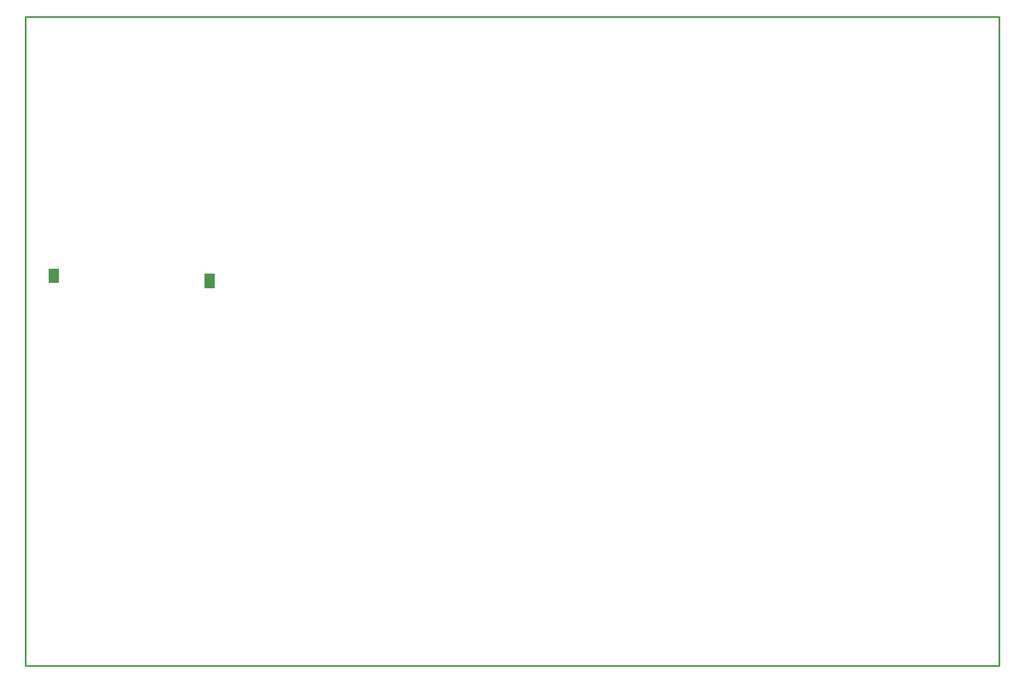
<source format=gko>
G04*
G04 #@! TF.GenerationSoftware,Altium Limited,Altium Designer,24.3.1 (35)*
G04*
G04 Layer_Color=16711935*
%FSLAX42Y42*%
%MOMM*%
G71*
G04*
G04 #@! TF.SameCoordinates,998AAEF2-78E8-49C1-A84E-A9ECD080E68D*
G04*
G04*
G04 #@! TF.FilePolarity,Positive*
G04*
G01*
G75*
%ADD14C,0.25*%
G36*
X366Y6219D02*
X526D01*
Y5997D01*
X366D01*
Y6219D01*
D02*
G37*
G36*
X2808Y6138D02*
X2968D01*
Y5915D01*
X2808D01*
Y6138D01*
D02*
G37*
D14*
X15240Y0D02*
Y10160D01*
X0Y0D02*
X15240D01*
X0Y10160D02*
X15240D01*
X0Y0D02*
Y10160D01*
M02*

</source>
